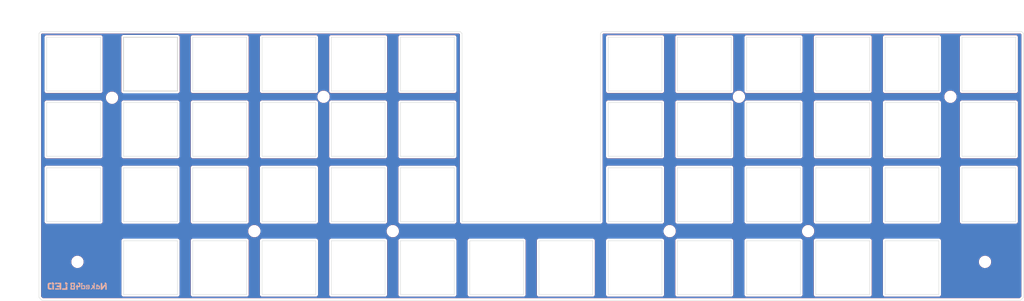
<source format=kicad_pcb>
(kicad_pcb (version 20171130) (host pcbnew "(5.0.1)-3")
  (layers (0 F.Cu signal) (31 B.Cu signal) (34 B.Paste user) (35 F.Paste user) (36 B.SilkS user) (37 F.SilkS user) (38 B.Mask user) (39 F.Mask user) (44 Edge.Cuts user))
  (net 0 "")
  (module Mounting_Holes:MountingHole_2.2mm_M2 (layer F.Cu) (at 28.5 155)
    (fp_text reference REF** hide)
    (fp_text value MountingHole_2.2mm_M2)
    (pad 1 np_thru_hole circle (at 0 0) (size 2.2 2.2) (drill 2.2) (layers *.Cu *.Mask))
  )
  (module Mounting_Holes:MountingHole_2.2mm_M2 (layer F.Cu) (at 264.5 155)
    (fp_text reference REF** hide)
    (fp_text value MountingHole_2.2mm_M2)
    (pad 1 np_thru_hole circle (at 0 0) (size 2.2 2.2) (drill 2.2) (layers *.Cu *.Mask))
  )
  (module Mounting_Holes:MountingHole_2.2mm_M2 (layer F.Cu) (at 74.5 147)
    (fp_text reference REF** hide)
    (fp_text value MountingHole_2.2mm_M2)
    (pad 1 np_thru_hole circle (at 0 0) (size 2.2 2.2) (drill 2.2) (layers *.Cu *.Mask))
  )
  (module Mounting_Holes:MountingHole_2.2mm_M2 (layer F.Cu) (at 110.5 147)
    (fp_text reference REF** hide)
    (fp_text value MountingHole_2.2mm_M2)
    (pad 1 np_thru_hole circle (at 0 0) (size 2.2 2.2) (drill 2.2) (layers *.Cu *.Mask))
  )
  (module Mounting_Holes:MountingHole_2.2mm_M2 (layer F.Cu) (at 37.5 112.25)
    (fp_text reference REF** hide)
    (fp_text value MountingHole_2.2mm_M2)
    (pad 1 np_thru_hole circle (at 0 0) (size 2.2 2.2) (drill 2.2) (layers *.Cu *.Mask))
  )
  (module Mounting_Holes:MountingHole_2.2mm_M2 (layer F.Cu) (at 92.5 112)
    (fp_text reference REF** hide)
    (fp_text value MountingHole_2.2mm_M2)
    (pad 1 np_thru_hole circle (at 0 0) (size 2.2 2.2) (drill 2.2) (layers *.Cu *.Mask))
  )
  (module Mounting_Holes:MountingHole_2.2mm_M2 (layer F.Cu) (at 218.5 147)
    (fp_text reference REF** hide)
    (fp_text value MountingHole_2.2mm_M2)
    (pad 1 np_thru_hole circle (at 0 0) (size 2.2 2.2) (drill 2.2) (layers *.Cu *.Mask))
  )
  (module Mounting_Holes:MountingHole_2.2mm_M2 (layer F.Cu) (at 182.5 147)
    (fp_text reference REF** hide)
    (fp_text value MountingHole_2.2mm_M2)
    (pad 1 np_thru_hole circle (at 0 0) (size 2.2 2.2) (drill 2.2) (layers *.Cu *.Mask))
  )
  (module Mounting_Holes:MountingHole_2.2mm_M2 (layer F.Cu) (at 255.5 112)
    (fp_text reference REF** hide)
    (fp_text value MountingHole_2.2mm_M2)
    (pad 1 np_thru_hole circle (at 0 0) (size 2.2 2.2) (drill 2.2) (layers *.Cu *.Mask))
  )
  (module Mounting_Holes:MountingHole_2.2mm_M2 (layer F.Cu) (at 200.5 112)
    (fp_text reference REF** hide)
    (fp_text value MountingHole_2.2mm_M2)
    (pad 1 np_thru_hole circle (at 0 0) (size 2.2 2.2) (drill 2.2) (layers *.Cu *.Mask))
  )
  (module logos:salicylic-acidm (layer F.Cu) (at 32.5 151.75)
    (fp_text reference G*** hide)
    (fp_text value LOGO hide)
  )
  (module logos:Naked48LEDs (layer B.Cu) (at 28.5 161.25 180)
    (fp_text reference G*** hide)
    (fp_text value LOGO hide)
  )
  (module logos:Naked48LEDm (layer F.Cu) (at 264.4 161.25)
    (fp_text reference G*** hide)
    (fp_text value LOGO hide)
  )
  (gr_line (start 274 95) (end 274.5 95.5) (layer Edge.Cuts) (width 0.1))
  (gr_line (start 164.5 95.5) (end 165 95) (layer Edge.Cuts) (width 0.1))
  (gr_line (start 128 95) (end 128.5 95.5) (layer Edge.Cuts) (width 0.1))
  (gr_line (start 19 95) (end 18.5 95.5) (layer Edge.Cuts) (width 0.1))
  (gr_line (start 19 95) (end 128 95) (layer Edge.Cuts) (width 0.1))
  (gr_line (start 18.5 95.5) (end 18.5 164.25) (layer Edge.Cuts) (width 0.1))
  (gr_line (start 274 95) (end 165 95) (layer Edge.Cuts) (width 0.1))
  (gr_line (start 128.5 144.5) (end 128.5 95.5) (layer Edge.Cuts) (width 0.1))
  (gr_line (start 164.5 144.5) (end 128.5 144.5) (layer Edge.Cuts) (width 0.1))
  (gr_line (start 164.5 95.5) (end 164.5 144.5) (layer Edge.Cuts) (width 0.1))
  (gr_line (start 258.5 144.5) (end 258.5 130.5) (layer Edge.Cuts) (width 0.1))
  (gr_line (start 272.5 144.5) (end 258.5 144.5) (layer Edge.Cuts) (width 0.1))
  (gr_line (start 272.5 130.5) (end 272.5 144.5) (layer Edge.Cuts) (width 0.1))
  (gr_line (start 258.5 130.5) (end 272.5 130.5) (layer Edge.Cuts) (width 0.1))
  (gr_line (start 258.5 127.5) (end 258.5 113.5) (layer Edge.Cuts) (width 0.1))
  (gr_line (start 272.5 127.5) (end 258.5 127.5) (layer Edge.Cuts) (width 0.1))
  (gr_line (start 272.5 113.5) (end 272.5 127.5) (layer Edge.Cuts) (width 0.1))
  (gr_line (start 258.5 113.5) (end 272.5 113.5) (layer Edge.Cuts) (width 0.1))
  (gr_line (start 258.5 110.5) (end 258.5 96.5) (layer Edge.Cuts) (width 0.1))
  (gr_line (start 272.5 110.5) (end 258.5 110.5) (layer Edge.Cuts) (width 0.1))
  (gr_line (start 272.5 96.5) (end 272.5 110.5) (layer Edge.Cuts) (width 0.1))
  (gr_line (start 258.5 96.5) (end 272.5 96.5) (layer Edge.Cuts) (width 0.1))
  (gr_line (start 238.5 110.5) (end 238.5 96.5) (layer Edge.Cuts) (width 0.1))
  (gr_line (start 252.5 110.5) (end 238.5 110.5) (layer Edge.Cuts) (width 0.1))
  (gr_line (start 252.5 96.5) (end 252.5 110.5) (layer Edge.Cuts) (width 0.1))
  (gr_line (start 238.5 96.5) (end 252.5 96.5) (layer Edge.Cuts) (width 0.1))
  (gr_line (start 220.5 110.5) (end 220.5 96.5) (layer Edge.Cuts) (width 0.1))
  (gr_line (start 234.5 110.5) (end 220.5 110.5) (layer Edge.Cuts) (width 0.1))
  (gr_line (start 234.5 96.5) (end 234.5 110.5) (layer Edge.Cuts) (width 0.1))
  (gr_line (start 220.5 96.5) (end 234.5 96.5) (layer Edge.Cuts) (width 0.1))
  (gr_line (start 238.5 127.5) (end 238.5 113.5) (layer Edge.Cuts) (width 0.1))
  (gr_line (start 252.5 127.5) (end 238.5 127.5) (layer Edge.Cuts) (width 0.1))
  (gr_line (start 252.5 113.5) (end 252.5 127.5) (layer Edge.Cuts) (width 0.1))
  (gr_line (start 238.5 113.5) (end 252.5 113.5) (layer Edge.Cuts) (width 0.1))
  (gr_line (start 238.5 144.5) (end 238.5 130.5) (layer Edge.Cuts) (width 0.1))
  (gr_line (start 252.5 144.5) (end 238.5 144.5) (layer Edge.Cuts) (width 0.1))
  (gr_line (start 252.5 130.5) (end 252.5 144.5) (layer Edge.Cuts) (width 0.1))
  (gr_line (start 238.5 130.5) (end 252.5 130.5) (layer Edge.Cuts) (width 0.1))
  (gr_line (start 220.5 113.5) (end 220.5 127.5) (layer Edge.Cuts) (width 0.1))
  (gr_line (start 234.5 113.5) (end 220.5 113.5) (layer Edge.Cuts) (width 0.1))
  (gr_line (start 234.5 127.5) (end 234.5 113.5) (layer Edge.Cuts) (width 0.1))
  (gr_line (start 220.5 127.5) (end 234.5 127.5) (layer Edge.Cuts) (width 0.1))
  (gr_line (start 220.5 144.5) (end 220.5 130.5) (layer Edge.Cuts) (width 0.1))
  (gr_line (start 234.5 144.5) (end 220.5 144.5) (layer Edge.Cuts) (width 0.1))
  (gr_line (start 234.5 130.5) (end 234.5 144.5) (layer Edge.Cuts) (width 0.1))
  (gr_line (start 220.5 130.5) (end 234.5 130.5) (layer Edge.Cuts) (width 0.1))
  (gr_line (start 202.5 130.5) (end 216.5 130.5) (layer Edge.Cuts) (width 0.1))
  (gr_line (start 202.5 144.5) (end 202.5 130.5) (layer Edge.Cuts) (width 0.1))
  (gr_line (start 216.5 144.5) (end 202.5 144.5) (layer Edge.Cuts) (width 0.1))
  (gr_line (start 216.5 130.5) (end 216.5 144.5) (layer Edge.Cuts) (width 0.1))
  (gr_line (start 216.5 127.5) (end 216.5 113.5) (layer Edge.Cuts) (width 0.1))
  (gr_line (start 202.5 127.5) (end 216.5 127.5) (layer Edge.Cuts) (width 0.1))
  (gr_line (start 202.5 113.5) (end 202.5 127.5) (layer Edge.Cuts) (width 0.1))
  (gr_line (start 216.5 113.5) (end 202.5 113.5) (layer Edge.Cuts) (width 0.1))
  (gr_line (start 202.5 110.5) (end 202.5 96.5) (layer Edge.Cuts) (width 0.1))
  (gr_line (start 216.5 110.5) (end 202.5 110.5) (layer Edge.Cuts) (width 0.1))
  (gr_line (start 216.5 96.5) (end 216.5 110.5) (layer Edge.Cuts) (width 0.1))
  (gr_line (start 202.5 96.5) (end 216.5 96.5) (layer Edge.Cuts) (width 0.1))
  (gr_line (start 184.5 110.5) (end 184.5 96.5) (layer Edge.Cuts) (width 0.1))
  (gr_line (start 198.5 110.5) (end 184.5 110.5) (layer Edge.Cuts) (width 0.1))
  (gr_line (start 198.5 96.5) (end 198.5 110.5) (layer Edge.Cuts) (width 0.1))
  (gr_line (start 184.5 96.5) (end 198.5 96.5) (layer Edge.Cuts) (width 0.1))
  (gr_line (start 184.5 127.5) (end 184.5 113.5) (layer Edge.Cuts) (width 0.1))
  (gr_line (start 198.5 127.5) (end 184.5 127.5) (layer Edge.Cuts) (width 0.1))
  (gr_line (start 198.5 113.5) (end 198.5 127.5) (layer Edge.Cuts) (width 0.1))
  (gr_line (start 184.5 113.5) (end 198.5 113.5) (layer Edge.Cuts) (width 0.1))
  (gr_line (start 184.5 144.5) (end 184.5 130.5) (layer Edge.Cuts) (width 0.1))
  (gr_line (start 198.5 144.5) (end 184.5 144.5) (layer Edge.Cuts) (width 0.1))
  (gr_line (start 198.5 130.5) (end 198.5 144.5) (layer Edge.Cuts) (width 0.1))
  (gr_line (start 184.5 130.5) (end 198.5 130.5) (layer Edge.Cuts) (width 0.1))
  (gr_line (start 238.5 163.5) (end 238.5 149.5) (layer Edge.Cuts) (width 0.1))
  (gr_line (start 252.5 163.5) (end 238.5 163.5) (layer Edge.Cuts) (width 0.1))
  (gr_line (start 252.5 149.5) (end 252.5 163.5) (layer Edge.Cuts) (width 0.1))
  (gr_line (start 238.5 149.5) (end 252.5 149.5) (layer Edge.Cuts) (width 0.1))
  (gr_line (start 220.5 163.5) (end 220.5 149.5) (layer Edge.Cuts) (width 0.1))
  (gr_line (start 234.5 163.5) (end 220.5 163.5) (layer Edge.Cuts) (width 0.1))
  (gr_line (start 234.5 149.5) (end 234.5 163.5) (layer Edge.Cuts) (width 0.1))
  (gr_line (start 220.5 149.5) (end 234.5 149.5) (layer Edge.Cuts) (width 0.1))
  (gr_line (start 202.5 163.5) (end 202.5 149.5) (layer Edge.Cuts) (width 0.1))
  (gr_line (start 216.5 163.5) (end 202.5 163.5) (layer Edge.Cuts) (width 0.1))
  (gr_line (start 216.5 149.5) (end 216.5 163.5) (layer Edge.Cuts) (width 0.1))
  (gr_line (start 202.5 149.5) (end 216.5 149.5) (layer Edge.Cuts) (width 0.1))
  (gr_line (start 184.5 163.5) (end 184.5 149.5) (layer Edge.Cuts) (width 0.1))
  (gr_line (start 198.5 163.5) (end 184.5 163.5) (layer Edge.Cuts) (width 0.1))
  (gr_line (start 198.5 149.5) (end 198.5 163.5) (layer Edge.Cuts) (width 0.1))
  (gr_line (start 184.5 149.5) (end 198.5 149.5) (layer Edge.Cuts) (width 0.1))
  (gr_line (start 166.5 163.5) (end 166.5 149.5) (layer Edge.Cuts) (width 0.1))
  (gr_line (start 180.5 163.5) (end 166.5 163.5) (layer Edge.Cuts) (width 0.1))
  (gr_line (start 180.5 149.5) (end 180.5 163.5) (layer Edge.Cuts) (width 0.1))
  (gr_line (start 166.5 149.5) (end 180.5 149.5) (layer Edge.Cuts) (width 0.1))
  (gr_line (start 166.5 144.5) (end 166.5 130.5) (layer Edge.Cuts) (width 0.1))
  (gr_line (start 180.5 144.5) (end 166.5 144.5) (layer Edge.Cuts) (width 0.1))
  (gr_line (start 180.5 130.5) (end 180.5 144.5) (layer Edge.Cuts) (width 0.1))
  (gr_line (start 166.5 130.5) (end 180.5 130.5) (layer Edge.Cuts) (width 0.1))
  (gr_line (start 166.5 127.5) (end 166.5 113.5) (layer Edge.Cuts) (width 0.1))
  (gr_line (start 180.5 127.5) (end 166.5 127.5) (layer Edge.Cuts) (width 0.1))
  (gr_line (start 180.5 113.5) (end 180.5 127.5) (layer Edge.Cuts) (width 0.1))
  (gr_line (start 166.5 113.5) (end 180.5 113.5) (layer Edge.Cuts) (width 0.1))
  (gr_line (start 166.5 96.5) (end 173.5 96.5) (layer Edge.Cuts) (width 0.1))
  (gr_line (start 166.5 110.5) (end 166.5 96.5) (layer Edge.Cuts) (width 0.1))
  (gr_line (start 180.5 110.5) (end 166.5 110.5) (layer Edge.Cuts) (width 0.1))
  (gr_line (start 180.5 96.5) (end 180.5 110.5) (layer Edge.Cuts) (width 0.1))
  (gr_line (start 173.5 96.5) (end 180.5 96.5) (layer Edge.Cuts) (width 0.1))
  (gr_line (start 148.5 163.5) (end 148.5 149.5) (layer Edge.Cuts) (width 0.1))
  (gr_line (start 162.5 163.5) (end 148.5 163.5) (layer Edge.Cuts) (width 0.1))
  (gr_line (start 162.5 149.5) (end 162.5 163.5) (layer Edge.Cuts) (width 0.1))
  (gr_line (start 148.5 149.5) (end 162.5 149.5) (layer Edge.Cuts) (width 0.1))
  (gr_line (start 130.5 163.5) (end 130.5 149.5) (layer Edge.Cuts) (width 0.1))
  (gr_line (start 144.5 163.5) (end 130.5 163.5) (layer Edge.Cuts) (width 0.1))
  (gr_line (start 144.5 149.5) (end 144.5 163.5) (layer Edge.Cuts) (width 0.1))
  (gr_line (start 130.5 149.5) (end 144.5 149.5) (layer Edge.Cuts) (width 0.1))
  (gr_line (start 112.5 163.5) (end 112.5 149.5) (layer Edge.Cuts) (width 0.1))
  (gr_line (start 126.5 163.5) (end 112.5 163.5) (layer Edge.Cuts) (width 0.1))
  (gr_line (start 126.5 149.5) (end 126.5 163.5) (layer Edge.Cuts) (width 0.1))
  (gr_line (start 112.5 149.5) (end 126.5 149.5) (layer Edge.Cuts) (width 0.1))
  (gr_line (start 112.5 144.5) (end 112.5 130.5) (layer Edge.Cuts) (width 0.1))
  (gr_line (start 126.5 144.5) (end 112.5 144.5) (layer Edge.Cuts) (width 0.1))
  (gr_line (start 126.5 130.5) (end 126.5 144.5) (layer Edge.Cuts) (width 0.1))
  (gr_line (start 112.5 130.5) (end 126.5 130.5) (layer Edge.Cuts) (width 0.1))
  (gr_line (start 126.5 127.5) (end 126.5 113.5) (layer Edge.Cuts) (width 0.1))
  (gr_line (start 112.5 127.5) (end 126.5 127.5) (layer Edge.Cuts) (width 0.1))
  (gr_line (start 112.5 113.5) (end 112.5 127.5) (layer Edge.Cuts) (width 0.1))
  (gr_line (start 126.5 113.5) (end 112.5 113.5) (layer Edge.Cuts) (width 0.1))
  (gr_line (start 112.5 110.5) (end 112.5 96.5) (layer Edge.Cuts) (width 0.1))
  (gr_line (start 126.5 110.5) (end 112.5 110.5) (layer Edge.Cuts) (width 0.1))
  (gr_line (start 126.5 96.5) (end 126.5 110.5) (layer Edge.Cuts) (width 0.1))
  (gr_line (start 112.5 96.5) (end 126.5 96.5) (layer Edge.Cuts) (width 0.1))
  (gr_line (start 94.5 163.5) (end 94.5 149.5) (layer Edge.Cuts) (width 0.1))
  (gr_line (start 108.5 163.5) (end 94.5 163.5) (layer Edge.Cuts) (width 0.1))
  (gr_line (start 108.5 149.5) (end 108.5 163.5) (layer Edge.Cuts) (width 0.1))
  (gr_line (start 94.5 149.5) (end 108.5 149.5) (layer Edge.Cuts) (width 0.1))
  (gr_line (start 94.5 144.5) (end 94.5 130.5) (layer Edge.Cuts) (width 0.1))
  (gr_line (start 108.5 144.5) (end 94.5 144.5) (layer Edge.Cuts) (width 0.1))
  (gr_line (start 108.5 130.5) (end 108.5 144.5) (layer Edge.Cuts) (width 0.1))
  (gr_line (start 94.5 130.5) (end 108.5 130.5) (layer Edge.Cuts) (width 0.1))
  (gr_line (start 94.5 127.5) (end 94.5 113.5) (layer Edge.Cuts) (width 0.1))
  (gr_line (start 108.5 127.5) (end 94.5 127.5) (layer Edge.Cuts) (width 0.1))
  (gr_line (start 108.5 113.5) (end 108.5 127.5) (layer Edge.Cuts) (width 0.1))
  (gr_line (start 94.5 113.5) (end 108.5 113.5) (layer Edge.Cuts) (width 0.1))
  (gr_line (start 94.5 96.5) (end 101.5 96.5) (layer Edge.Cuts) (width 0.1))
  (gr_line (start 94.5 110.5) (end 94.5 96.5) (layer Edge.Cuts) (width 0.1))
  (gr_line (start 108.5 110.5) (end 94.5 110.5) (layer Edge.Cuts) (width 0.1))
  (gr_line (start 108.5 96.5) (end 108.5 110.5) (layer Edge.Cuts) (width 0.1))
  (gr_line (start 101.5 96.5) (end 108.5 96.5) (layer Edge.Cuts) (width 0.1))
  (gr_line (start 76.5 163.5) (end 76.5 149.5) (layer Edge.Cuts) (width 0.1))
  (gr_line (start 90.5 163.5) (end 76.5 163.5) (layer Edge.Cuts) (width 0.1))
  (gr_line (start 90.5 149.5) (end 90.5 163.5) (layer Edge.Cuts) (width 0.1))
  (gr_line (start 76.5 149.5) (end 90.5 149.5) (layer Edge.Cuts) (width 0.1))
  (gr_line (start 76.5 144.5) (end 76.5 130.5) (layer Edge.Cuts) (width 0.1))
  (gr_line (start 90.5 144.5) (end 76.5 144.5) (layer Edge.Cuts) (width 0.1))
  (gr_line (start 90.5 130.5) (end 90.5 144.5) (layer Edge.Cuts) (width 0.1))
  (gr_line (start 76.5 130.5) (end 90.5 130.5) (layer Edge.Cuts) (width 0.1))
  (gr_line (start 76.5 127.5) (end 76.5 113.5) (layer Edge.Cuts) (width 0.1))
  (gr_line (start 90.5 127.5) (end 76.5 127.5) (layer Edge.Cuts) (width 0.1))
  (gr_line (start 90.5 113.5) (end 90.5 127.5) (layer Edge.Cuts) (width 0.1))
  (gr_line (start 76.5 113.5) (end 90.5 113.5) (layer Edge.Cuts) (width 0.1))
  (gr_line (start 83.5 96.5) (end 76.5 96.5) (layer Edge.Cuts) (width 0.1))
  (gr_line (start 76.5 110.5) (end 76.5 96.5) (layer Edge.Cuts) (width 0.1))
  (gr_line (start 90.5 110.5) (end 76.5 110.5) (layer Edge.Cuts) (width 0.1))
  (gr_line (start 90.5 96.5) (end 90.5 110.5) (layer Edge.Cuts) (width 0.1))
  (gr_line (start 83.5 96.5) (end 90.5 96.5) (layer Edge.Cuts) (width 0.1))
  (gr_line (start 58.5 163.5) (end 58.5 149.5) (layer Edge.Cuts) (width 0.1))
  (gr_line (start 72.5 163.5) (end 58.5 163.5) (layer Edge.Cuts) (width 0.1))
  (gr_line (start 72.5 149.5) (end 72.5 163.5) (layer Edge.Cuts) (width 0.1))
  (gr_line (start 58.5 149.5) (end 72.5 149.5) (layer Edge.Cuts) (width 0.1))
  (gr_line (start 58.5 130.5) (end 58.5 144.5) (layer Edge.Cuts) (width 0.1))
  (gr_line (start 72.5 144.5) (end 58.5 144.5) (layer Edge.Cuts) (width 0.1))
  (gr_line (start 72.5 130.5) (end 72.5 144.5) (layer Edge.Cuts) (width 0.1))
  (gr_line (start 58.5 130.5) (end 72.5 130.5) (layer Edge.Cuts) (width 0.1))
  (gr_line (start 58.5 127.5) (end 58.5 113.5) (layer Edge.Cuts) (width 0.1))
  (gr_line (start 72.5 127.5) (end 58.5 127.5) (layer Edge.Cuts) (width 0.1))
  (gr_line (start 72.5 113.5) (end 72.5 127.5) (layer Edge.Cuts) (width 0.1))
  (gr_line (start 58.5 113.5) (end 72.5 113.5) (layer Edge.Cuts) (width 0.1))
  (gr_line (start 58.5 110.5) (end 58.5 96.5) (layer Edge.Cuts) (width 0.1))
  (gr_line (start 72.5 110.5) (end 58.5 110.5) (layer Edge.Cuts) (width 0.1))
  (gr_line (start 72.5 96.5) (end 72.5 110.5) (layer Edge.Cuts) (width 0.1))
  (gr_line (start 58.5 96.5) (end 72.5 96.5) (layer Edge.Cuts) (width 0.1))
  (gr_line (start 40.5 149.5) (end 54.5 149.5) (layer Edge.Cuts) (width 0.1))
  (gr_line (start 40.5 163.5) (end 40.5 149.5) (layer Edge.Cuts) (width 0.1))
  (gr_line (start 54.5 163.5) (end 40.5 163.5) (layer Edge.Cuts) (width 0.1))
  (gr_line (start 54.5 149.5) (end 54.5 163.5) (layer Edge.Cuts) (width 0.1))
  (gr_line (start 40.5 144.5) (end 40.5 130.5) (layer Edge.Cuts) (width 0.1))
  (gr_line (start 54.5 144.5) (end 40.5 144.5) (layer Edge.Cuts) (width 0.1))
  (gr_line (start 54.5 130.5) (end 54.5 144.5) (layer Edge.Cuts) (width 0.1))
  (gr_line (start 40.5 130.5) (end 54.5 130.5) (layer Edge.Cuts) (width 0.1))
  (gr_line (start 40.5 127.5) (end 40.5 113.5) (layer Edge.Cuts) (width 0.1))
  (gr_line (start 54.5 127.5) (end 40.5 127.5) (layer Edge.Cuts) (width 0.1))
  (gr_line (start 54.5 113.5) (end 54.5 127.5) (layer Edge.Cuts) (width 0.1))
  (gr_line (start 40.5 113.5) (end 54.5 113.5) (layer Edge.Cuts) (width 0.1))
  (gr_line (start 40.5 110.5) (end 40.5 96.5) (layer Edge.Cuts) (width 0.2))
  (gr_line (start 54.5 110.5) (end 40.5 110.5) (layer Edge.Cuts) (width 0.2))
  (gr_line (start 54.5 96.5) (end 54.5 110.5) (layer Edge.Cuts) (width 0.2))
  (gr_line (start 40.5 96.5) (end 54.5 96.5) (layer Edge.Cuts) (width 0.2))
  (gr_line (start 34.5 130.5) (end 34.5 144.5) (layer Edge.Cuts) (width 0.1))
  (gr_line (start 20.5 130.5) (end 34.5 130.5) (layer Edge.Cuts) (width 0.1))
  (gr_line (start 20.5 144.5) (end 34.5 144.5) (layer Edge.Cuts) (width 0.1))
  (gr_line (start 20.5 130.5) (end 20.5 144.5) (layer Edge.Cuts) (width 0.1))
  (gr_line (start 34.5 113.5) (end 34.5 127.5) (layer Edge.Cuts) (width 0.1))
  (gr_line (start 20.5 113.5) (end 34.5 113.5) (layer Edge.Cuts) (width 0.1))
  (gr_line (start 20.5 127.5) (end 34.5 127.5) (layer Edge.Cuts) (width 0.1))
  (gr_line (start 20.5 113.5) (end 20.5 127.5) (layer Edge.Cuts) (width 0.1))
  (gr_line (start 34.5 96.5) (end 34.5 110.5) (layer Edge.Cuts) (width 0.1))
  (gr_line (start 20.5 96.5) (end 34.5 96.5) (layer Edge.Cuts) (width 0.1))
  (gr_line (start 20.5 110.5) (end 34.5 110.5) (layer Edge.Cuts) (width 0.1))
  (gr_line (start 20.5 96.5) (end 20.5 110.5) (layer Edge.Cuts) (width 0.1))
  (gr_line (start 273.75 165) (end 270.75 165) (layer Edge.Cuts) (width 0.1))
  (gr_line (start 274.5 164.25) (end 273.75 165) (layer Edge.Cuts) (width 0.1))
  (gr_line (start 274.5 95.5) (end 274.5 164.25) (layer Edge.Cuts) (width 0.1))
  (gr_line (start 19.25 165) (end 270.75 165) (layer Edge.Cuts) (width 0.1))
  (gr_line (start 18.5 164.25) (end 19.25 165) (layer Edge.Cuts) (width 0.1))
  (zone (net 0) (net_name "") (layer F.Cu) (connect_pads (clearance 0.508)) (min_thickness 0.254) (fill yes (arc_segments 16) (thermal_gap 0.508) (thermal_bridge_width 0.508))
    (polygon (pts (xy 273.75 165) (xy 19.25 165) (xy 18.5 164.25) (xy 18.5 95) (xy 128.5 95) (xy 128.5 144.5) (xy 164.5 144.5) (xy 164.5 95) (xy 274.5 95) (xy 274.5 164.25)))
  )
  (zone (net 0) (net_name "") (layer F.Cu) (connect_pads (clearance 0.508)) (min_thickness 0.254) (fill yes (arc_segments 16) (thermal_gap 0.508) (thermal_bridge_width 0.508))
    (polygon (pts (xy 273.75 165) (xy 19.25 165) (xy 18.5 164.25) (xy 18.5 95) (xy 128.5 95) (xy 128.5 144.45) (xy 164.5 144.45) (xy 164.5 95) (xy 274.5 95) (xy 274.5 164.25)))
  )
  (zone (net 0) (net_name "") (layer B.Cu) (connect_pads (clearance 0.508)) (min_thickness 0.254) (fill yes (arc_segments 16) (thermal_gap 0.508) (thermal_bridge_width 0.508))
    (polygon (pts (xy 273.75 165) (xy 19.25 165) (xy 18.5 164.25) (xy 18.5 95) (xy 128.5 95) (xy 128.5 144.5) (xy 164.5 144.5) (xy 164.5 95) (xy 274.5 95) (xy 274.5 164.25)))
  )
  (zone (net 0) (net_name "") (layers F&B.Cu) (connect_pads (clearance 0.508)) (min_thickness 0.254)
    (keepout (tracks not_allowed) (vias not_allowed) (copperpour not_allowed))
    (fill (arc_segments 16) (thermal_gap 0.508) (thermal_bridge_width 0.508))
    (polygon (pts (xy 198.5 113.5) (xy 198.5 127.5) (xy 184.5 127.5) (xy 184.5 113.5)))
  )
  (zone (net 0) (net_name "") (layers F&B.Cu) (connect_pads (clearance 0.508)) (min_thickness 0.254)
    (keepout (tracks not_allowed) (vias not_allowed) (copperpour not_allowed))
    (fill (arc_segments 16) (thermal_gap 0.508) (thermal_bridge_width 0.508))
    (polygon (pts (xy 198.5 110.5) (xy 184.5 110.5) (xy 184.5 96.5) (xy 198.5 96.5)))
  )
  (zone (net 0) (net_name "") (layers F&B.Cu) (connect_pads (clearance 0.508)) (min_thickness 0.254)
    (keepout (tracks not_allowed) (vias not_allowed) (copperpour not_allowed))
    (fill (arc_segments 16) (thermal_gap 0.508) (thermal_bridge_width 0.508))
    (polygon (pts (xy 202.5 110.5) (xy 216.5 110.5) (xy 216.5 96.5) (xy 202.5 96.5)))
  )
  (zone (net 0) (net_name "") (layers F&B.Cu) (connect_pads (clearance 0.508)) (min_thickness 0.254)
    (keepout (tracks not_allowed) (vias not_allowed) (copperpour not_allowed))
    (fill (arc_segments 16) (thermal_gap 0.508) (thermal_bridge_width 0.508))
    (polygon (pts (xy 220.5 96.5) (xy 234.5 96.5) (xy 234.5 110.5) (xy 220.5 110.5)))
  )
  (zone (net 0) (net_name "") (layers F&B.Cu) (connect_pads (clearance 0.508)) (min_thickness 0.254)
    (keepout (tracks not_allowed) (vias not_allowed) (copperpour not_allowed))
    (fill (arc_segments 16) (thermal_gap 0.508) (thermal_bridge_width 0.508))
    (polygon (pts (xy 238.5 96.5) (xy 252.5 96.5) (xy 252.5 110.5) (xy 238.5 110.5) (xy 238.5 96.55)))
  )
  (zone (net 0) (net_name "") (layers F&B.Cu) (connect_pads (clearance 0.508)) (min_thickness 0.254)
    (keepout (tracks not_allowed) (vias not_allowed) (copperpour not_allowed))
    (fill (arc_segments 16) (thermal_gap 0.508) (thermal_bridge_width 0.508))
    (polygon (pts (xy 258.5 96.5) (xy 272.5 96.5) (xy 272.5 110.5) (xy 258.5 110.5)))
  )
  (zone (net 0) (net_name "") (layers F&B.Cu) (connect_pads (clearance 0.508)) (min_thickness 0.254)
    (keepout (tracks not_allowed) (vias not_allowed) (copperpour not_allowed))
    (fill (arc_segments 16) (thermal_gap 0.508) (thermal_bridge_width 0.508))
    (polygon (pts (xy 258.5 113.5) (xy 272.5 113.5) (xy 272.5 127.5) (xy 258.5 127.5)))
  )
  (zone (net 0) (net_name "") (layers F&B.Cu) (connect_pads (clearance 0.508)) (min_thickness 0.254)
    (keepout (tracks not_allowed) (vias not_allowed) (copperpour not_allowed))
    (fill (arc_segments 16) (thermal_gap 0.508) (thermal_bridge_width 0.508))
    (polygon (pts (xy 252.5 113.5) (xy 252.5 127.5) (xy 238.5 127.5) (xy 238.5 113.5)))
  )
  (zone (net 0) (net_name "") (layers F&B.Cu) (connect_pads (clearance 0.508)) (min_thickness 0.254)
    (keepout (tracks not_allowed) (vias not_allowed) (copperpour not_allowed))
    (fill (arc_segments 16) (thermal_gap 0.508) (thermal_bridge_width 0.508))
    (polygon (pts (xy 220.5 113.5) (xy 220.5 127.5) (xy 234.5 127.5) (xy 234.5 113.5)))
  )
  (zone (net 0) (net_name "") (layers F&B.Cu) (connect_pads (clearance 0.508)) (min_thickness 0.254)
    (keepout (tracks not_allowed) (vias not_allowed) (copperpour not_allowed))
    (fill (arc_segments 16) (thermal_gap 0.508) (thermal_bridge_width 0.508))
    (polygon (pts (xy 216.5 113.5) (xy 216.5 127.5) (xy 202.5 127.5) (xy 202.5 113.5)))
  )
  (zone (net 0) (net_name "") (layers F&B.Cu) (connect_pads (clearance 0.508)) (min_thickness 0.254)
    (keepout (tracks not_allowed) (vias not_allowed) (copperpour not_allowed))
    (fill (arc_segments 16) (thermal_gap 0.508) (thermal_bridge_width 0.508))
    (polygon (pts (xy 258.5 130.5) (xy 272.5 130.5) (xy 272.5 144.5) (xy 258.5 144.5)))
  )
  (zone (net 0) (net_name "") (layers F&B.Cu) (connect_pads (clearance 0.508)) (min_thickness 0.254)
    (keepout (tracks not_allowed) (vias not_allowed) (copperpour not_allowed))
    (fill (arc_segments 16) (thermal_gap 0.508) (thermal_bridge_width 0.508))
    (polygon (pts (xy 252.5 130.5) (xy 252.5 144.5) (xy 238.5 144.5) (xy 238.5 130.5)))
  )
  (zone (net 0) (net_name "") (layers F&B.Cu) (connect_pads (clearance 0.508)) (min_thickness 0.254)
    (keepout (tracks not_allowed) (vias not_allowed) (copperpour not_allowed))
    (fill (arc_segments 16) (thermal_gap 0.508) (thermal_bridge_width 0.508))
    (polygon (pts (xy 220.5 130.5) (xy 220.5 144.5) (xy 234.5 144.5) (xy 234.5 130.5)))
  )
  (zone (net 0) (net_name "") (layers F&B.Cu) (connect_pads (clearance 0.508)) (min_thickness 0.254)
    (keepout (tracks not_allowed) (vias not_allowed) (copperpour not_allowed))
    (fill (arc_segments 16) (thermal_gap 0.508) (thermal_bridge_width 0.508))
    (polygon (pts (xy 202.5 130.5) (xy 202.5 144.5) (xy 216.5 144.5) (xy 216.5 130.5)))
  )
  (zone (net 0) (net_name "") (layers F&B.Cu) (connect_pads (clearance 0.508)) (min_thickness 0.254)
    (keepout (tracks not_allowed) (vias not_allowed) (copperpour not_allowed))
    (fill (arc_segments 16) (thermal_gap 0.508) (thermal_bridge_width 0.508))
    (polygon (pts (xy 198.5 130.5) (xy 198.5 144.5) (xy 184.5 144.5) (xy 184.5 130.5)))
  )
  (zone (net 0) (net_name "") (layers F&B.Cu) (connect_pads (clearance 0.508)) (min_thickness 0.254)
    (keepout (tracks not_allowed) (vias not_allowed) (copperpour not_allowed))
    (fill (arc_segments 16) (thermal_gap 0.508) (thermal_bridge_width 0.508))
    (polygon (pts (xy 166.5 130.5) (xy 166.5 144.5) (xy 180.5 144.5) (xy 180.5 130.5)))
  )
  (zone (net 0) (net_name "") (layers F&B.Cu) (connect_pads (clearance 0.508)) (min_thickness 0.254)
    (keepout (tracks not_allowed) (vias not_allowed) (copperpour not_allowed))
    (fill (arc_segments 16) (thermal_gap 0.508) (thermal_bridge_width 0.508))
    (polygon (pts (xy 166.5 113.55) (xy 166.5 127.5) (xy 180.5 127.5) (xy 180.5 113.5) (xy 166.5 113.5)))
  )
  (zone (net 0) (net_name "") (layers F&B.Cu) (connect_pads (clearance 0.508)) (min_thickness 0.254)
    (keepout (tracks not_allowed) (vias not_allowed) (copperpour not_allowed))
    (fill (arc_segments 16) (thermal_gap 0.508) (thermal_bridge_width 0.508))
    (polygon (pts (xy 180.5 96.5) (xy 180.5 110.5) (xy 166.5 110.5) (xy 166.5 96.5) (xy 180.45 96.5)))
  )
  (zone (net 0) (net_name "") (layers F&B.Cu) (connect_pads (clearance 0.508)) (min_thickness 0.254)
    (keepout (tracks not_allowed) (vias not_allowed) (copperpour not_allowed))
    (fill (arc_segments 16) (thermal_gap 0.508) (thermal_bridge_width 0.508))
    (polygon (pts (xy 252.5 149.55) (xy 252.5 163.5) (xy 238.5 163.5) (xy 238.5 149.5) (xy 252.5 149.5)))
  )
  (zone (net 0) (net_name "") (layers F&B.Cu) (connect_pads (clearance 0.508)) (min_thickness 0.254)
    (keepout (tracks not_allowed) (vias not_allowed) (copperpour not_allowed))
    (fill (arc_segments 16) (thermal_gap 0.508) (thermal_bridge_width 0.508))
    (polygon (pts (xy 234.5 149.5) (xy 234.5 163.5) (xy 220.5 163.5) (xy 220.5 149.5)))
  )
  (zone (net 0) (net_name "") (layers F&B.Cu) (connect_pads (clearance 0.508)) (min_thickness 0.254)
    (keepout (tracks not_allowed) (vias not_allowed) (copperpour not_allowed))
    (fill (arc_segments 16) (thermal_gap 0.508) (thermal_bridge_width 0.508))
    (polygon (pts (xy 202.5 149.5) (xy 202.5 163.5) (xy 216.5 163.5) (xy 216.5 149.5)))
  )
  (zone (net 0) (net_name "") (layers F&B.Cu) (connect_pads (clearance 0.508)) (min_thickness 0.254)
    (keepout (tracks not_allowed) (vias not_allowed) (copperpour not_allowed))
    (fill (arc_segments 16) (thermal_gap 0.508) (thermal_bridge_width 0.508))
    (polygon (pts (xy 184.5 149.5) (xy 184.5 163.5) (xy 198.5 163.5) (xy 198.5 149.5)))
  )
  (zone (net 0) (net_name "") (layers F&B.Cu) (connect_pads (clearance 0.508)) (min_thickness 0.254)
    (keepout (tracks not_allowed) (vias not_allowed) (copperpour not_allowed))
    (fill (arc_segments 16) (thermal_gap 0.508) (thermal_bridge_width 0.508))
    (polygon (pts (xy 166.5 149.5) (xy 166.5 163.5) (xy 180.5 163.5) (xy 180.5 149.5)))
  )
  (zone (net 0) (net_name "") (layers F&B.Cu) (connect_pads (clearance 0.508)) (min_thickness 0.254)
    (keepout (tracks not_allowed) (vias not_allowed) (copperpour not_allowed))
    (fill (arc_segments 16) (thermal_gap 0.508) (thermal_bridge_width 0.508))
    (polygon (pts (xy 148.5 149.5) (xy 148.5 163.5) (xy 162.5 163.5) (xy 162.5 149.5)))
  )
  (zone (net 0) (net_name "") (layers F&B.Cu) (connect_pads (clearance 0.508)) (min_thickness 0.254)
    (keepout (tracks not_allowed) (vias not_allowed) (copperpour not_allowed))
    (fill (arc_segments 16) (thermal_gap 0.508) (thermal_bridge_width 0.508))
    (polygon (pts (xy 144.5 149.5) (xy 144.5 163.5) (xy 130.5 163.5) (xy 130.5 149.5)))
  )
  (zone (net 0) (net_name "") (layers F&B.Cu) (connect_pads (clearance 0.508)) (min_thickness 0.254)
    (keepout (tracks not_allowed) (vias not_allowed) (copperpour not_allowed))
    (fill (arc_segments 16) (thermal_gap 0.508) (thermal_bridge_width 0.508))
    (polygon (pts (xy 112.5 149.5) (xy 112.5 163.5) (xy 126.5 163.5) (xy 126.5 149.5)))
  )
  (zone (net 0) (net_name "") (layers F&B.Cu) (connect_pads (clearance 0.508)) (min_thickness 0.254)
    (keepout (tracks not_allowed) (vias not_allowed) (copperpour not_allowed))
    (fill (arc_segments 16) (thermal_gap 0.508) (thermal_bridge_width 0.508))
    (polygon (pts (xy 108.5 149.5) (xy 108.5 163.5) (xy 94.5 163.5) (xy 94.5 149.5)))
  )
  (zone (net 0) (net_name "") (layers F&B.Cu) (connect_pads (clearance 0.508)) (min_thickness 0.254)
    (keepout (tracks not_allowed) (vias not_allowed) (copperpour not_allowed))
    (fill (arc_segments 16) (thermal_gap 0.508) (thermal_bridge_width 0.508))
    (polygon (pts (xy 76.5 149.5) (xy 90.5 149.5) (xy 90.5 163.5) (xy 76.5 163.5)))
  )
  (zone (net 0) (net_name "") (layers F&B.Cu) (connect_pads (clearance 0.508)) (min_thickness 0.254)
    (keepout (tracks not_allowed) (vias not_allowed) (copperpour not_allowed))
    (fill (arc_segments 16) (thermal_gap 0.508) (thermal_bridge_width 0.508))
    (polygon (pts (xy 58.5 149.5) (xy 58.5 163.5) (xy 72.5 163.5) (xy 72.5 149.5)))
  )
  (zone (net 0) (net_name "") (layers F&B.Cu) (connect_pads (clearance 0.508)) (min_thickness 0.254)
    (keepout (tracks not_allowed) (vias not_allowed) (copperpour not_allowed))
    (fill (arc_segments 16) (thermal_gap 0.508) (thermal_bridge_width 0.508))
    (polygon (pts (xy 54.5 149.5) (xy 54.5 163.5) (xy 40.5 163.5) (xy 40.5 149.5)))
  )
  (zone (net 0) (net_name "") (layers F&B.Cu) (connect_pads (clearance 0.508)) (min_thickness 0.254)
    (keepout (tracks not_allowed) (vias not_allowed) (copperpour not_allowed))
    (fill (arc_segments 16) (thermal_gap 0.508) (thermal_bridge_width 0.508))
    (polygon (pts (xy 20.5 130.5) (xy 34.5 130.5) (xy 34.5 144.5) (xy 20.5 144.5)))
  )
  (zone (net 0) (net_name "") (layers F&B.Cu) (connect_pads (clearance 0.508)) (min_thickness 0.254)
    (keepout (tracks not_allowed) (vias not_allowed) (copperpour not_allowed))
    (fill (arc_segments 16) (thermal_gap 0.508) (thermal_bridge_width 0.508))
    (polygon (pts (xy 54.5 130.5) (xy 54.5 144.5) (xy 40.5 144.5) (xy 40.5 130.5)))
  )
  (zone (net 0) (net_name "") (layers F&B.Cu) (connect_pads (clearance 0.508)) (min_thickness 0.254)
    (keepout (tracks not_allowed) (vias not_allowed) (copperpour not_allowed))
    (fill (arc_segments 16) (thermal_gap 0.508) (thermal_bridge_width 0.508))
    (polygon (pts (xy 58.5 130.5) (xy 72.5 130.5) (xy 72.5 144.5) (xy 58.5 144.5)))
  )
  (zone (net 0) (net_name "") (layers F&B.Cu) (connect_pads (clearance 0.508)) (min_thickness 0.254)
    (keepout (tracks not_allowed) (vias not_allowed) (copperpour not_allowed))
    (fill (arc_segments 16) (thermal_gap 0.508) (thermal_bridge_width 0.508))
    (polygon (pts (xy 76.5 130.5) (xy 76.5 144.5) (xy 90.5 144.5) (xy 90.5 130.5)))
  )
  (zone (net 0) (net_name "") (layers F&B.Cu) (connect_pads (clearance 0.508)) (min_thickness 0.254)
    (keepout (tracks not_allowed) (vias not_allowed) (copperpour not_allowed))
    (fill (arc_segments 16) (thermal_gap 0.508) (thermal_bridge_width 0.508))
    (polygon (pts (xy 94.5 130.5) (xy 94.5 144.5) (xy 108.5 144.5) (xy 108.5 130.5)))
  )
  (zone (net 0) (net_name "") (layers F&B.Cu) (connect_pads (clearance 0.508)) (min_thickness 0.254)
    (keepout (tracks not_allowed) (vias not_allowed) (copperpour not_allowed))
    (fill (arc_segments 16) (thermal_gap 0.508) (thermal_bridge_width 0.508))
    (polygon (pts (xy 112.5 130.5) (xy 112.5 144.5) (xy 126.5 144.5) (xy 126.5 130.5)))
  )
  (zone (net 0) (net_name "") (layers F&B.Cu) (connect_pads (clearance 0.508)) (min_thickness 0.254)
    (keepout (tracks not_allowed) (vias not_allowed) (copperpour not_allowed))
    (fill (arc_segments 16) (thermal_gap 0.508) (thermal_bridge_width 0.508))
    (polygon (pts (xy 112.5 127.5) (xy 126.5 127.5) (xy 126.5 113.5) (xy 112.5 113.5)))
  )
  (zone (net 0) (net_name "") (layers F&B.Cu) (connect_pads (clearance 0.508)) (min_thickness 0.254)
    (keepout (tracks not_allowed) (vias not_allowed) (copperpour not_allowed))
    (fill (arc_segments 16) (thermal_gap 0.508) (thermal_bridge_width 0.508))
    (polygon (pts (xy 108.5 127.5) (xy 94.5 127.5) (xy 94.5 113.5) (xy 108.5 113.5)))
  )
  (zone (net 0) (net_name "") (layers F&B.Cu) (connect_pads (clearance 0.508)) (min_thickness 0.254)
    (keepout (tracks not_allowed) (vias not_allowed) (copperpour not_allowed))
    (fill (arc_segments 16) (thermal_gap 0.508) (thermal_bridge_width 0.508))
    (polygon (pts (xy 90.5 127.5) (xy 76.5 127.5) (xy 76.5 113.5) (xy 90.5 113.5)))
  )
  (zone (net 0) (net_name "") (layers F&B.Cu) (connect_pads (clearance 0.508)) (min_thickness 0.254)
    (keepout (tracks not_allowed) (vias not_allowed) (copperpour not_allowed))
    (fill (arc_segments 16) (thermal_gap 0.508) (thermal_bridge_width 0.508))
    (polygon (pts (xy 72.5 127.5) (xy 58.5 127.5) (xy 58.5 113.5) (xy 72.5 113.5)))
  )
  (zone (net 0) (net_name "") (layers F&B.Cu) (connect_pads (clearance 0.508)) (min_thickness 0.254)
    (keepout (tracks not_allowed) (vias not_allowed) (copperpour not_allowed))
    (fill (arc_segments 16) (thermal_gap 0.508) (thermal_bridge_width 0.508))
    (polygon (pts (xy 54.45 127.5) (xy 40.5 127.5) (xy 40.5 113.5) (xy 54.5 113.5) (xy 54.5 127.5)))
  )
  (zone (net 0) (net_name "") (layers F&B.Cu) (connect_pads (clearance 0.508)) (min_thickness 0.254)
    (keepout (tracks not_allowed) (vias not_allowed) (copperpour not_allowed))
    (fill (arc_segments 16) (thermal_gap 0.508) (thermal_bridge_width 0.508))
    (polygon (pts (xy 34.5 127.5) (xy 20.5 127.5) (xy 20.5 113.5) (xy 34.5 113.5)))
  )
  (zone (net 0) (net_name "") (layers F&B.Cu) (connect_pads (clearance 0.508)) (min_thickness 0.254)
    (keepout (tracks not_allowed) (vias not_allowed) (copperpour not_allowed))
    (fill (arc_segments 16) (thermal_gap 0.508) (thermal_bridge_width 0.508))
    (polygon (pts (xy 20.5 96.5) (xy 20.5 110.5) (xy 34.5 110.5) (xy 34.5 96.5)))
  )
  (zone (net 0) (net_name "") (layers F&B.Cu) (connect_pads (clearance 0.508)) (min_thickness 0.254)
    (keepout (tracks not_allowed) (vias not_allowed) (copperpour not_allowed))
    (fill (arc_segments 16) (thermal_gap 0.508) (thermal_bridge_width 0.508))
    (polygon (pts (xy 40.5 96.55) (xy 40.5 110.45) (xy 54.5 110.45) (xy 54.5 96.5) (xy 40.5 96.5)))
  )
  (zone (net 0) (net_name "") (layers F&B.Cu) (connect_pads (clearance 0.508)) (min_thickness 0.254)
    (keepout (tracks not_allowed) (vias not_allowed) (copperpour not_allowed))
    (fill (arc_segments 16) (thermal_gap 0.508) (thermal_bridge_width 0.508))
    (polygon (pts (xy 58.5 96.5) (xy 58.5 110.5) (xy 72.5 110.5) (xy 72.5 96.5)))
  )
  (zone (net 0) (net_name "") (layers F&B.Cu) (connect_pads (clearance 0.508)) (min_thickness 0.254)
    (keepout (tracks not_allowed) (vias not_allowed) (copperpour not_allowed))
    (fill (arc_segments 16) (thermal_gap 0.508) (thermal_bridge_width 0.508))
    (polygon (pts (xy 76.5 96.5) (xy 76.5 110.5) (xy 90.5 110.5) (xy 90.5 96.5)))
  )
  (zone (net 0) (net_name "") (layers F&B.Cu) (connect_pads (clearance 0.508)) (min_thickness 0.254)
    (keepout (tracks not_allowed) (vias not_allowed) (copperpour not_allowed))
    (fill (arc_segments 16) (thermal_gap 0.508) (thermal_bridge_width 0.508))
    (polygon (pts (xy 94.5 96.5) (xy 94.5 110.5) (xy 108.5 110.5) (xy 108.5 96.5)))
  )
  (zone (net 0) (net_name "") (layers F&B.Cu) (connect_pads (clearance 0.508)) (min_thickness 0.254)
    (keepout (tracks not_allowed) (vias not_allowed) (copperpour not_allowed))
    (fill (arc_segments 16) (thermal_gap 0.508) (thermal_bridge_width 0.508))
    (polygon (pts (xy 112.5 96.5) (xy 112.5 110.5) (xy 126.5 110.5) (xy 126.5 96.5)))
  )
)
</source>
